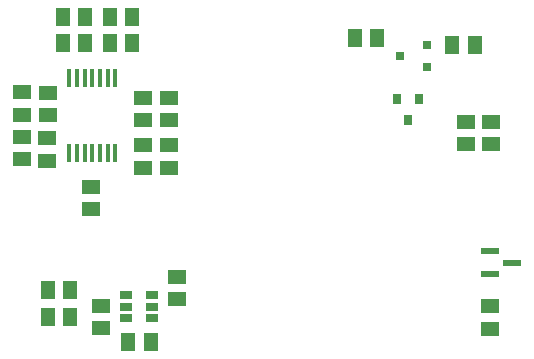
<source format=gbp>
G04*
G04 #@! TF.GenerationSoftware,Altium Limited,CircuitStudio,1.5.2 (30)*
G04*
G04 Layer_Color=128*
%FSLAX25Y25*%
%MOIN*%
G70*
G01*
G75*
%ADD21R,0.05118X0.05906*%
%ADD22R,0.05906X0.05118*%
%ADD23R,0.04173X0.02559*%
%ADD24R,0.02756X0.03543*%
%ADD25R,0.01378X0.05906*%
%ADD26R,0.03150X0.03150*%
%ADD27R,0.06102X0.02165*%
D21*
X33640Y17800D02*
D03*
X26160D02*
D03*
X33540Y26900D02*
D03*
X26060D02*
D03*
X38632Y109035D02*
D03*
X31152D02*
D03*
Y117635D02*
D03*
X38632D02*
D03*
X128409Y110632D02*
D03*
X135889D02*
D03*
X160985Y108531D02*
D03*
X168465D02*
D03*
X54232Y109035D02*
D03*
X46752D02*
D03*
Y117635D02*
D03*
X54232D02*
D03*
X52954Y9564D02*
D03*
X60435D02*
D03*
D22*
X69100Y23660D02*
D03*
Y31140D02*
D03*
X57828Y83322D02*
D03*
Y90802D02*
D03*
X58028Y67522D02*
D03*
Y75002D02*
D03*
X66580Y74984D02*
D03*
Y67504D02*
D03*
X66528Y90902D02*
D03*
Y83422D02*
D03*
X26103Y92493D02*
D03*
Y85013D02*
D03*
X17603Y85212D02*
D03*
Y92693D02*
D03*
X17401Y70281D02*
D03*
Y77761D02*
D03*
X26003Y77393D02*
D03*
Y69913D02*
D03*
X44000Y21540D02*
D03*
Y14060D02*
D03*
X40400Y61140D02*
D03*
Y53660D02*
D03*
X173745Y75420D02*
D03*
Y82901D02*
D03*
X165445Y75320D02*
D03*
Y82801D02*
D03*
X173700Y13860D02*
D03*
Y21340D02*
D03*
D23*
X52073Y24931D02*
D03*
Y21191D02*
D03*
Y17451D02*
D03*
X60735D02*
D03*
Y21191D02*
D03*
Y24931D02*
D03*
D24*
X149743Y90543D02*
D03*
X142657D02*
D03*
X146200Y83457D02*
D03*
D25*
X33336Y97461D02*
D03*
Y72265D02*
D03*
X35895Y97461D02*
D03*
X38454D02*
D03*
X41013D02*
D03*
X43572D02*
D03*
X46131D02*
D03*
X48691D02*
D03*
X41013Y72265D02*
D03*
X35895D02*
D03*
X38454D02*
D03*
X43572D02*
D03*
X46131D02*
D03*
X48691D02*
D03*
D26*
X152614Y101014D02*
D03*
Y108494D02*
D03*
X143598Y104754D02*
D03*
D27*
X173558Y32160D02*
D03*
Y39640D02*
D03*
X180842Y35900D02*
D03*
M02*

</source>
